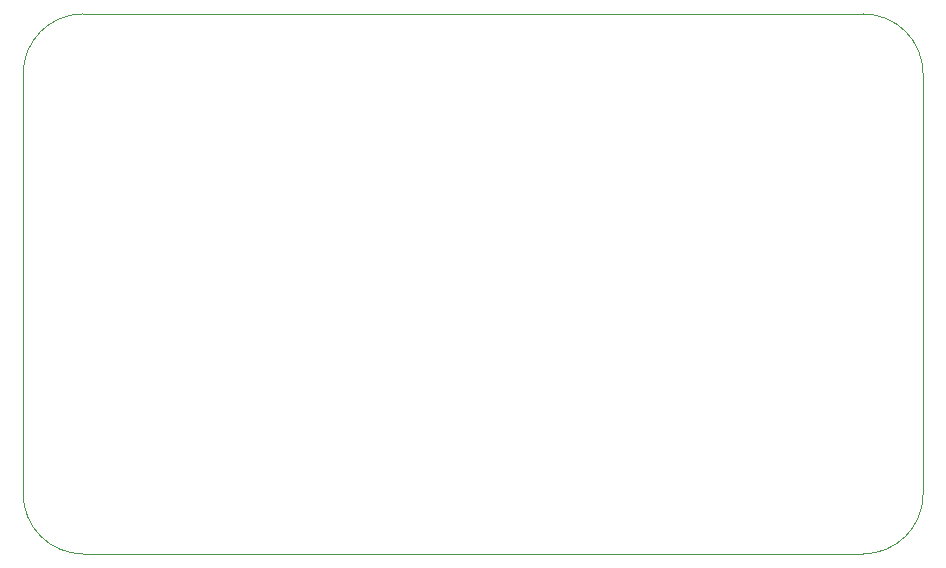
<source format=gbr>
%TF.GenerationSoftware,KiCad,Pcbnew,(6.0.2)*%
%TF.CreationDate,2022-02-18T18:14:02-05:00*%
%TF.ProjectId,EFM32TG11-Core,45464d33-3254-4473-9131-2d436f72652e,rev?*%
%TF.SameCoordinates,Original*%
%TF.FileFunction,Profile,NP*%
%FSLAX46Y46*%
G04 Gerber Fmt 4.6, Leading zero omitted, Abs format (unit mm)*
G04 Created by KiCad (PCBNEW (6.0.2)) date 2022-02-18 18:14:02*
%MOMM*%
%LPD*%
G01*
G04 APERTURE LIST*
%TA.AperFunction,Profile*%
%ADD10C,0.100000*%
%TD*%
G04 APERTURE END LIST*
D10*
X195580000Y-83820000D02*
X195580000Y-119380000D01*
X119380000Y-119380000D02*
G75*
G03*
X124460000Y-124460000I5080002J2D01*
G01*
X190500000Y-124460000D02*
X124460000Y-124460000D01*
X195580000Y-83820000D02*
G75*
G03*
X190500000Y-78740000I-5080002J-2D01*
G01*
X124460000Y-78740000D02*
X190500000Y-78740000D01*
X119380000Y-119380000D02*
X119380000Y-83820000D01*
X124460000Y-78740000D02*
G75*
G03*
X119380000Y-83820000I2J-5080002D01*
G01*
X190500000Y-124460000D02*
G75*
G03*
X195580000Y-119380000I-2J5080002D01*
G01*
M02*

</source>
